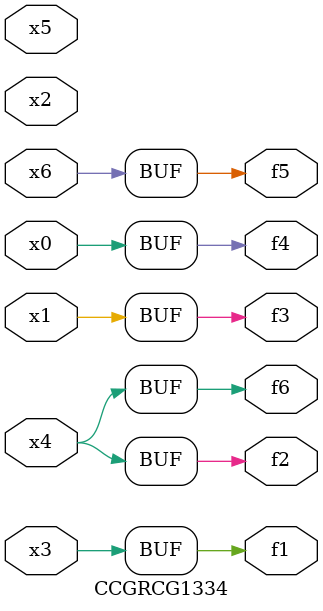
<source format=v>
module CCGRCG1334(
	input x0, x1, x2, x3, x4, x5, x6,
	output f1, f2, f3, f4, f5, f6
);
	assign f1 = x3;
	assign f2 = x4;
	assign f3 = x1;
	assign f4 = x0;
	assign f5 = x6;
	assign f6 = x4;
endmodule

</source>
